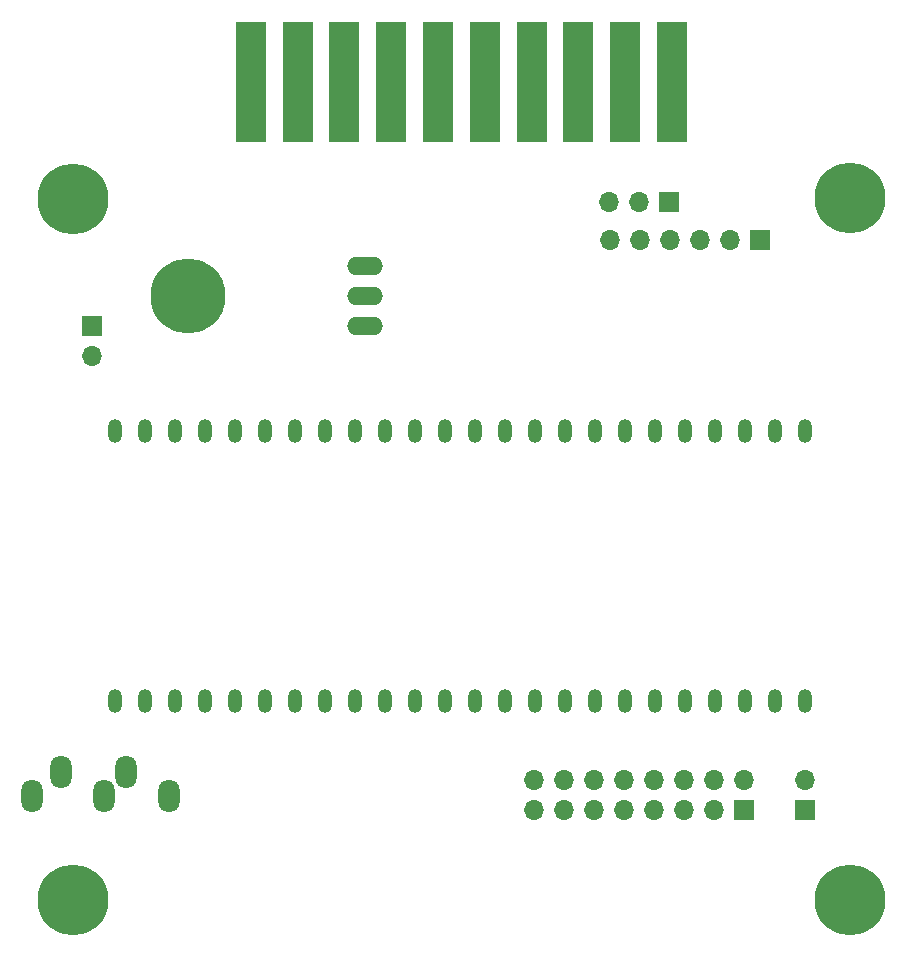
<source format=gbr>
%TF.GenerationSoftware,KiCad,Pcbnew,8.0.2*%
%TF.CreationDate,2024-08-26T06:59:03-04:00*%
%TF.ProjectId,TRS-80-M3-VID2,5452532d-3830-42d4-9d33-2d564944322e,rev?*%
%TF.SameCoordinates,Original*%
%TF.FileFunction,Soldermask,Bot*%
%TF.FilePolarity,Negative*%
%FSLAX46Y46*%
G04 Gerber Fmt 4.6, Leading zero omitted, Abs format (unit mm)*
G04 Created by KiCad (PCBNEW 8.0.2) date 2024-08-26 06:59:03*
%MOMM*%
%LPD*%
G01*
G04 APERTURE LIST*
%ADD10C,0.800000*%
%ADD11C,6.000000*%
%ADD12O,1.800000X2.800000*%
%ADD13R,2.540000X10.160000*%
%ADD14R,1.700000X1.700000*%
%ADD15O,1.700000X1.700000*%
%ADD16C,6.350000*%
%ADD17O,3.048000X1.524000*%
%ADD18O,1.200000X2.000000*%
G04 APERTURE END LIST*
D10*
%TO.C,H3*%
X163485000Y-108585000D03*
X164144010Y-106994010D03*
X164144010Y-110175990D03*
X165735000Y-106335000D03*
D11*
X165735000Y-108585000D03*
D10*
X165735000Y-110835000D03*
X167325990Y-106994010D03*
X167325990Y-110175990D03*
X167985000Y-108585000D03*
%TD*%
D12*
%TO.C,J8*%
X104430000Y-97795000D03*
X102630000Y-99795000D03*
X96530000Y-99795000D03*
X98930000Y-97795000D03*
X108130000Y-99795000D03*
%TD*%
D13*
%TO.C,J1*%
X115042950Y-39370000D03*
X119005350Y-39370000D03*
X122967750Y-39370000D03*
X126930150Y-39370000D03*
X130892550Y-39370000D03*
X134854950Y-39370000D03*
X138817350Y-39370000D03*
X142779750Y-39370000D03*
X146742150Y-39370000D03*
X150704550Y-39370000D03*
%TD*%
D14*
%TO.C,J3*%
X161925000Y-100950010D03*
D15*
X161925000Y-98410010D03*
%TD*%
D14*
%TO.C,J4*%
X156830000Y-100965010D03*
D15*
X156830000Y-98425010D03*
X154290000Y-100965010D03*
X154290000Y-98425010D03*
X151750000Y-100965010D03*
X151750000Y-98425010D03*
X149210000Y-100965010D03*
X149210000Y-98425010D03*
X146670000Y-100965010D03*
X146670000Y-98425010D03*
X144130000Y-100965010D03*
X144130000Y-98425010D03*
X141590000Y-100965010D03*
X141590000Y-98425010D03*
X139050000Y-100965010D03*
X139050000Y-98425010D03*
%TD*%
D10*
%TO.C,H1*%
X97765990Y-49215990D03*
X98425000Y-47625000D03*
X98425000Y-50806980D03*
X100015990Y-46965990D03*
D11*
X100015990Y-49215990D03*
D10*
X100015990Y-51465990D03*
X101606980Y-47625000D03*
X101606980Y-50806980D03*
X102265990Y-49215990D03*
%TD*%
D14*
%TO.C,J7*%
X150480000Y-49530000D03*
D15*
X147940000Y-49530000D03*
X145400000Y-49530000D03*
%TD*%
D10*
%TO.C,H2*%
X163485000Y-49212500D03*
X164144010Y-47621510D03*
X164144010Y-50803490D03*
X165735000Y-46962500D03*
D11*
X165735000Y-49212500D03*
D10*
X165735000Y-51462500D03*
X167325990Y-47621510D03*
X167325990Y-50803490D03*
X167985000Y-49212500D03*
%TD*%
D16*
%TO.C,U3*%
X109728000Y-57467500D03*
D17*
X124714000Y-57467500D03*
X124714000Y-60007500D03*
X124714000Y-54927500D03*
%TD*%
D10*
%TO.C,H4*%
X97762500Y-108585000D03*
X98421510Y-106994010D03*
X98421510Y-110175990D03*
X100012500Y-106335000D03*
D11*
X100012500Y-108585000D03*
D10*
X100012500Y-110835000D03*
X101603490Y-106994010D03*
X101603490Y-110175990D03*
X102262500Y-108585000D03*
%TD*%
D14*
%TO.C,J6*%
X158115000Y-52705000D03*
D15*
X155575000Y-52705000D03*
X153035000Y-52705000D03*
X150495000Y-52705000D03*
X147955000Y-52705000D03*
X145415000Y-52705000D03*
%TD*%
D14*
%TO.C,J5*%
X101600000Y-60002500D03*
D15*
X101600000Y-62542500D03*
%TD*%
D18*
%TO.C,U1*%
X161925000Y-68877500D03*
X159385000Y-68877500D03*
X156845000Y-68877500D03*
X154305000Y-68877500D03*
X151765000Y-68877500D03*
X149225000Y-68877500D03*
X146685000Y-68877500D03*
X144145000Y-68877500D03*
X141605000Y-68877500D03*
X139065000Y-68877500D03*
X136525000Y-68877500D03*
X133985000Y-68877500D03*
X131445000Y-68877500D03*
X128905000Y-68877500D03*
X126365000Y-68877500D03*
X123825000Y-68877500D03*
X121285000Y-68877500D03*
X118745000Y-68877500D03*
X116205000Y-68877500D03*
X113665000Y-68877500D03*
X111125000Y-68877500D03*
X108585000Y-68877500D03*
X106045000Y-68877500D03*
X103505000Y-68877500D03*
X103505000Y-91777500D03*
X106045000Y-91777500D03*
X108585000Y-91777500D03*
X111125000Y-91777500D03*
X113665000Y-91777500D03*
X116205000Y-91777500D03*
X118745000Y-91777500D03*
X121285000Y-91777500D03*
X123825000Y-91777500D03*
X126365000Y-91777500D03*
X128905000Y-91777500D03*
X131445000Y-91777500D03*
X133985000Y-91777500D03*
X136525000Y-91777500D03*
X139065000Y-91777500D03*
X141605000Y-91777500D03*
X144145000Y-91777500D03*
X146685000Y-91777500D03*
X149225000Y-91777500D03*
X151765000Y-91777500D03*
X154305000Y-91777500D03*
X156845000Y-91777500D03*
X159385000Y-91777500D03*
X161925000Y-91777500D03*
%TD*%
M02*

</source>
